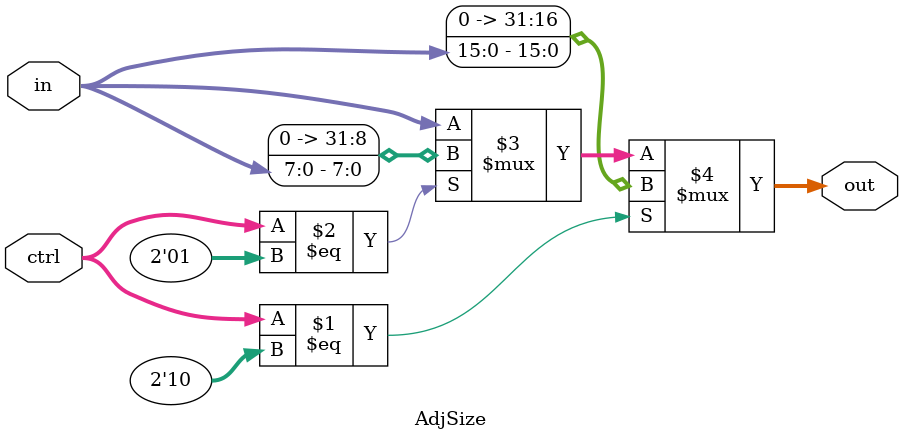
<source format=v>
module AdjSize(
        input  wire [31:0] in,
	input  wire [1:0]  ctrl,
        output wire [31:0] out
);

assign out = (ctrl == 2) ? { 16'd0, in[15:0] } :
	     (ctrl == 1) ? { 24'd0, in[7:0] }  :
	     in;

endmodule

</source>
